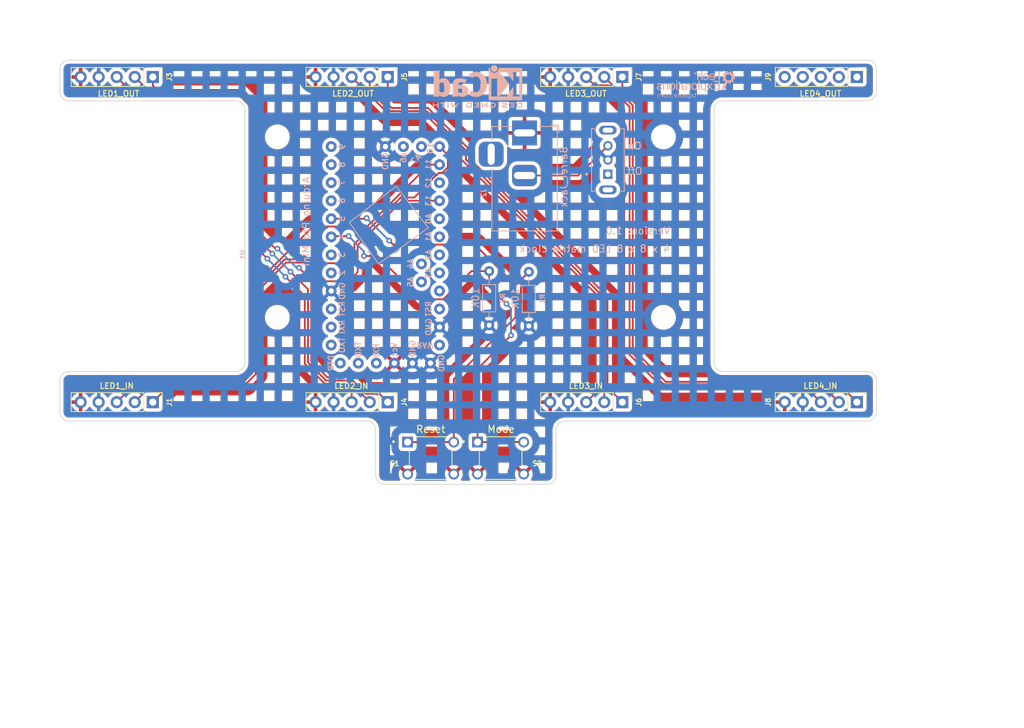
<source format=kicad_pcb>
(kicad_pcb (version 20210606) (generator pcbnew)
  (layers (0 "F.Cu" mixed) (31 "B.Cu" mixed) (34 "B.Paste" user) (35 "F.Paste" user) (36 "B.SilkS" user "B.Silkscreen") (37 "F.SilkS" user "F.Silkscreen") (38 "B.Mask" user) (39 "F.Mask" user) (44 "Edge.Cuts" user))
  (property "design_version" "1.0")
  (net 0 "")
  (net 1 "/CS0")
  (net 2 "/DIN0")
  (net 3 "/CLK0")
  (net 4 "GND")
  (net 5 "/Vcc")
  (net 6 "Net-(J2-Pad2)")
  (net 7 "/CS1")
  (net 8 "/DIN1")
  (net 9 "/CLK1")
  (net 10 "/CS2")
  (net 11 "/DIN2")
  (net 12 "/CLK2")
  (net 13 "/CS3")
  (net 14 "/DIN3")
  (net 15 "/CLK3")
  (net 21 "/TIMER_RESET")
  (net 22 "/MODE_SELECT")
  (footprint "1825967-1:SW_1825967-1" (layer "F.Cu") (at 137.608 106.172)
    (fp_text reference "S2" (at 5.14 0.762) (layer "F.SilkS") (effects (font (size 0.7 0.7))))
    (fp_text value "1825967-1" hide)
    (pad "1" thru_hole rect locked (at -3.25 -2.25) (size 1.508 1.508) (drill 1) (layers *.Cu *.Mask) (net 22 "/MODE_SELECT"))
    (pad "2" thru_hole circle locked (at 3.25 -2.25) (size 1.508 1.508) (drill 1) (layers *.Cu *.Mask) (net 22 "/MODE_SELECT"))
    (pad "3" thru_hole circle locked (at -3.25 2.25) (size 1.508 1.508) (drill 1) (layers *.Cu *.Mask) (net 5 "/Vcc"))
    (pad "4" thru_hole circle locked (at 3.25 2.25) (size 1.508 1.508) (drill 1) (layers *.Cu *.Mask) (net 5 "/Vcc"))
  )
  (footprint "MountingHole:MountingHole_2.5mm" (layer "F.Cu") (at 160.528 60.96)
    (fp_text reference "H3" hide)
    (fp_text value "MountingHole" hide)
    (pad "1" np_thru_hole circle locked (at 0 0) (size 2.5 2.5) (drill 2.5) (layers *.Cu *.Mask))
  )
  (footprint "Connector_PinHeader_2.54mm:PinHeader_1x05_P2.54mm_Vertical" (layer "F.Cu") (at 88.646 98.298 -90)
    (fp_text reference "J1" (at 0 -2.33 90) (layer "F.SilkS") (effects (font (size 0.7 0.7))))
    (fp_text value "LED1_IN" (at -2.286 5.08) (layer "F.SilkS") (effects (font (size 0.8 0.8))))
    (pad "1" thru_hole rect locked (at 0 0 270) (size 1.7 1.7) (drill 1) (layers *.Cu *.Mask) (net 1 "/CS0"))
    (pad "2" thru_hole oval locked (at 0 2.54 270) (size 1.7 1.7) (drill 1) (layers *.Cu *.Mask) (net 2 "/DIN0"))
    (pad "3" thru_hole oval locked (at 0 5.08 270) (size 1.7 1.7) (drill 1) (layers *.Cu *.Mask) (net 3 "/CLK0"))
    (pad "4" thru_hole oval locked (at 0 7.62 270) (size 1.7 1.7) (drill 1) (layers *.Cu *.Mask) (net 4 "GND"))
    (pad "5" thru_hole oval locked (at 0 10.16 270) (size 1.7 1.7) (drill 1) (layers *.Cu *.Mask) (net 5 "/Vcc"))
  )
  (footprint "Connector_PinHeader_2.54mm:PinHeader_1x05_P2.54mm_Vertical" (layer "F.Cu") (at 121.7168 98.298 -90)
    (fp_text reference "J4" (at 0 -2.33 90) (layer "F.SilkS") (effects (font (size 0.7 0.7))))
    (fp_text value "LED2_IN" (at -2.286 5.1308) (layer "F.SilkS") (effects (font (size 0.8 0.8))))
    (pad "1" thru_hole rect locked (at 0 0 270) (size 1.7 1.7) (drill 1) (layers *.Cu *.Mask) (net 7 "/CS1"))
    (pad "2" thru_hole oval locked (at 0 2.54 270) (size 1.7 1.7) (drill 1) (layers *.Cu *.Mask) (net 8 "/DIN1"))
    (pad "3" thru_hole oval locked (at 0 5.08 270) (size 1.7 1.7) (drill 1) (layers *.Cu *.Mask) (net 9 "/CLK1"))
    (pad "4" thru_hole oval locked (at 0 7.62 270) (size 1.7 1.7) (drill 1) (layers *.Cu *.Mask) (net 4 "GND"))
    (pad "5" thru_hole oval locked (at 0 10.16 270) (size 1.7 1.7) (drill 1) (layers *.Cu *.Mask) (net 5 "/Vcc"))
  )
  (footprint "Connector_PinHeader_2.54mm:PinHeader_1x05_P2.54mm_Vertical" (layer "F.Cu") (at 187.7568 98.298 -90)
    (fp_text reference "J8" (at 0 12.4968 90) (layer "F.SilkS") (effects (font (size 0.7 0.7))))
    (fp_text value "LED4_IN" (at -2.286 5.1308) (layer "F.SilkS") (effects (font (size 0.8 0.8))))
    (pad "1" thru_hole rect locked (at 0 0 270) (size 1.7 1.7) (drill 1) (layers *.Cu *.Mask) (net 13 "/CS3"))
    (pad "2" thru_hole oval locked (at 0 2.54 270) (size 1.7 1.7) (drill 1) (layers *.Cu *.Mask) (net 14 "/DIN3"))
    (pad "3" thru_hole oval locked (at 0 5.08 270) (size 1.7 1.7) (drill 1) (layers *.Cu *.Mask) (net 15 "/CLK3"))
    (pad "4" thru_hole oval locked (at 0 7.62 270) (size 1.7 1.7) (drill 1) (layers *.Cu *.Mask) (net 4 "GND"))
    (pad "5" thru_hole oval locked (at 0 10.16 270) (size 1.7 1.7) (drill 1) (layers *.Cu *.Mask) (net 5 "/Vcc"))
  )
  (footprint "MountingHole:MountingHole_2.5mm" (layer "F.Cu") (at 106.172 86.36)
    (fp_text reference "H4" hide)
    (fp_text value "MountingHole" hide)
    (pad "1" np_thru_hole circle locked (at 0 0) (size 2.5 2.5) (drill 2.5) (layers *.Cu *.Mask))
  )
  (footprint "Connector_PinHeader_2.54mm:PinHeader_1x05_P2.54mm_Vertical" (layer "F.Cu") (at 154.7368 98.298 -90)
    (fp_text reference "J6" (at 0 -2.33 90) (layer "F.SilkS") (effects (font (size 0.7 0.7))))
    (fp_text value "LED3_IN" (at -2.286 5.1308) (layer "F.SilkS") (effects (font (size 0.8 0.8))))
    (pad "1" thru_hole rect locked (at 0 0 270) (size 1.7 1.7) (drill 1) (layers *.Cu *.Mask) (net 10 "/CS2"))
    (pad "2" thru_hole oval locked (at 0 2.54 270) (size 1.7 1.7) (drill 1) (layers *.Cu *.Mask) (net 11 "/DIN2"))
    (pad "3" thru_hole oval locked (at 0 5.08 270) (size 1.7 1.7) (drill 1) (layers *.Cu *.Mask) (net 12 "/CLK2"))
    (pad "4" thru_hole oval locked (at 0 7.62 270) (size 1.7 1.7) (drill 1) (layers *.Cu *.Mask) (net 4 "GND"))
    (pad "5" thru_hole oval locked (at 0 10.16 270) (size 1.7 1.7) (drill 1) (layers *.Cu *.Mask) (net 5 "/Vcc"))
  )
  (footprint "MountingHole:MountingHole_2.5mm" (layer "F.Cu") (at 106.172 60.96)
    (fp_text reference "H1" hide)
    (fp_text value "MountingHole" hide)
    (pad "1" np_thru_hole circle locked (at 0 0) (size 2.5 2.5) (drill 2.5) (layers *.Cu *.Mask))
  )
  (footprint "Connector_PinHeader_2.54mm:PinHeader_1x05_P2.54mm_Vertical" (layer "F.Cu") (at 88.646 52.5272 -90)
    (fp_text reference "J3" (at 0 -2.33 90) (layer "F.SilkS") (effects (font (size 0.7 0.7))))
    (fp_text value "LED1_OUT" (at 2.3368 4.826 180) (layer "F.SilkS") (effects (font (size 0.8 0.8))))
    (pad "1" thru_hole rect locked (at 0 0 270) (size 1.7 1.7) (drill 1) (layers *.Cu *.Mask) (net 7 "/CS1"))
    (pad "2" thru_hole oval locked (at 0 2.54 270) (size 1.7 1.7) (drill 1) (layers *.Cu *.Mask) (net 8 "/DIN1"))
    (pad "3" thru_hole oval locked (at 0 5.08 270) (size 1.7 1.7) (drill 1) (layers *.Cu *.Mask) (net 9 "/CLK1"))
    (pad "4" thru_hole oval locked (at 0 7.62 270) (size 1.7 1.7) (drill 1) (layers *.Cu *.Mask) (net 4 "GND"))
    (pad "5" thru_hole oval locked (at 0 10.16 270) (size 1.7 1.7) (drill 1) (layers *.Cu *.Mask) (net 5 "/Vcc"))
  )
  (footprint "1825967-1:SW_1825967-1" (layer "F.Cu") (at 127.762 106.172)
    (fp_text reference "S1" (at -5.08 0.762) (layer "F.SilkS") (effects (font (size 0.7 0.7))))
    (fp_text value "1825967-1" hide)
    (pad "1" thru_hole rect locked (at -3.25 -2.25) (size 1.508 1.508) (drill 1) (layers *.Cu *.Mask) (net 21 "/TIMER_RESET"))
    (pad "2" thru_hole circle locked (at 3.25 -2.25) (size 1.508 1.508) (drill 1) (layers *.Cu *.Mask) (net 21 "/TIMER_RESET"))
    (pad "3" thru_hole circle locked (at -3.25 2.25) (size 1.508 1.508) (drill 1) (layers *.Cu *.Mask) (net 5 "/Vcc"))
    (pad "4" thru_hole circle locked (at 3.25 2.25) (size 1.508 1.508) (drill 1) (layers *.Cu *.Mask) (net 5 "/Vcc"))
  )
  (footprint "Connector_PinHeader_2.54mm:PinHeader_1x05_P2.54mm_Vertical" (layer "F.Cu") (at 187.7568 52.5272 -90)
    (fp_text reference "J9" (at 0 12.4968 90) (layer "F.SilkS") (effects (font (size 0.7 0.7))))
    (fp_text value "LED4_OUT" (at 2.3368 5.1308) (layer "F.SilkS") (effects (font (size 0.8 0.8))))
    (pad "1" thru_hole rect locked (at 0 0 270) (size 1.7 1.7) (drill 1) (layers *.Cu *.Mask))
    (pad "2" thru_hole oval locked (at 0 2.54 270) (size 1.7 1.7) (drill 1) (layers *.Cu *.Mask))
    (pad "3" thru_hole oval locked (at 0 5.08 270) (size 1.7 1.7) (drill 1) (layers *.Cu *.Mask))
    (pad "4" thru_hole oval locked (at 0 7.62 270) (size 1.7 1.7) (drill 1) (layers *.Cu *.Mask))
    (pad "5" thru_hole oval locked (at 0 10.16 270) (size 1.7 1.7) (drill 1) (layers *.Cu *.Mask))
  )
  (footprint "MountingHole:MountingHole_2.5mm" (layer "F.Cu") (at 160.528 86.36)
    (fp_text reference "H2" hide)
    (fp_text value "MountingHole" hide)
    (pad "1" np_thru_hole circle locked (at 0 0) (size 2.5 2.5) (drill 2.5) (layers *.Cu *.Mask))
  )
  (footprint "Connector_PinHeader_2.54mm:PinHeader_1x05_P2.54mm_Vertical" (layer "F.Cu") (at 121.7168 52.5272 -90)
    (fp_text reference "J5" (at 0 -2.33 90) (layer "F.SilkS") (effects (font (size 0.7 0.7))))
    (fp_text value "LED2_OUT" (at 2.3368 4.8768) (layer "F.SilkS") (effects (font (size 0.8 0.8))))
    (pad "1" thru_hole rect locked (at 0 0 270) (size 1.7 1.7) (drill 1) (layers *.Cu *.Mask) (net 10 "/CS2"))
    (pad "2" thru_hole oval locked (at 0 2.54 270) (size 1.7 1.7) (drill 1) (layers *.Cu *.Mask) (net 11 "/DIN2"))
    (pad "3" thru_hole oval locked (at 0 5.08 270) (size 1.7 1.7) (drill 1) (layers *.Cu *.Mask) (net 12 "/CLK2"))
    (pad "4" thru_hole oval locked (at 0 7.62 270) (size 1.7 1.7) (drill 1) (layers *.Cu *.Mask) (net 4 "GND"))
    (pad "5" thru_hole oval locked (at 0 10.16 270) (size 1.7 1.7) (drill 1) (layers *.Cu *.Mask) (net 5 "/Vcc"))
  )
  (footprint "Connector_PinHeader_2.54mm:PinHeader_1x05_P2.54mm_Vertical" (layer "F.Cu") (at 154.7368 52.5272 -90)
    (fp_text reference "J7" (at 0 -2.33 90) (layer "F.SilkS") (effects (font (size 0.7 0.7))))
    (fp_text value "LED3_OUT" (at 2.3368 5.1308) (layer "F.SilkS") (effects (font (size 0.8 0.8))))
    (pad "1" thru_hole rect locked (at 0 0 270) (size 1.7 1.7) (drill 1) (layers *.Cu *.Mask) (net 13 "/CS3"))
    (pad "2" thru_hole oval locked (at 0 2.54 270) (size 1.7 1.7) (drill 1) (layers *.Cu *.Mask) (net 14 "/DIN3"))
    (pad "3" thru_hole oval locked (at 0 5.08 270) (size 1.7 1.7) (drill 1) (layers *.Cu *.Mask) (net 15 "/CLK3"))
    (pad "4" thru_hole oval locked (at 0 7.62 270) (size 1.7 1.7) (drill 1) (layers *.Cu *.Mask) (net 4 "GND"))
    (pad "5" thru_hole oval locked (at 0 10.16 270) (size 1.7 1.7) (drill 1) (layers *.Cu *.Mask) (net 5 "/Vcc"))
  )
  (footprint "Symbol:KiCad-Logo2_5mm_SilkScreen" (layer "B.Cu") (at 134.366 53.848 180)
    (fp_text reference "REF**" hide)
    (fp_text value "KiCad-Logo2_5mm_SilkScreen" hide)
  )
  (footprint "SS12D07VG4:SW_SS12D07VG4" (layer "B.Cu") (at 152.7048 64.2112 90)
    (fp_text reference "S3" (at -5.8928 -0.0508 90) (layer "B.SilkS") (effects (font (size 0.7 0.7) (thickness 0.015)) (justify mirror)))
    (fp_text value "SS12D07VG4")
    (pad "1" thru_hole rect locked (at -2 0 90) (size 1.308 1.308) (drill 0.8) (layers *.Cu *.Mask))
    (pad "2" thru_hole circle locked (at 0 0 90) (size 1.308 1.308) (drill 0.8) (layers *.Cu *.Mask) (net 4 "GND"))
    (pad "3" thru_hole circle locked (at 2 0 90) (size 1.308 1.308) (drill 0.8) (layers *.Cu *.Mask) (net 6 "Net-(J2-Pad2)"))
    (pad "S1" thru_hole oval locked (at -4.2 0 90) (size 1.23 2.46) (drill oval 0.7 1.5) (layers *.Cu *.Mask))
    (pad "S2" thru_hole oval locked (at 4.2 0 90) (size 1.23 2.46) (drill oval 0.7 1.5) (layers *.Cu *.Mask))
  )
  (footprint "Connector_BarrelJack:BarrelJack_Horizontal" (layer "B.Cu") (at 140.9777 60.3956 90)
    (fp_text reference "J2" (at -8.45 -5.75 90) (layer "B.SilkS") (effects (font (size 0.7 0.7)) (justify mirror)))
    (fp_text value "Barrel_Jack" (at -6.2 5.5 90) (layer "B.SilkS") (effects (justify mirror)))
    (pad "1" thru_hole rect (at 0 0 90) (size 3.5 3.5) (drill oval 1 3) (layers *.Cu *.Mask) (net 5 "/Vcc"))
    (pad "2" thru_hole roundrect (at -6 0 90) (size 3 3.5) (drill oval 1 3) (layers *.Cu *.Mask) (net 6 "Net-(J2-Pad2)"))
    (pad "3" thru_hole roundrect (at -3 -4.7 90) (size 3.5 3.5) (drill oval 3 1) (layers *.Cu *.Mask))
  )
  (footprint "DesktopLibrary:TE_Logo_11.6x4" (layer "B.Cu") (at 165.1 53.594 180)
    (fp_text reference "G***" hide)
    (fp_text value "LOGO" hide)
  )
  (footprint "DesktopLibrary:ArduinoProMiniCustom" (layer "B.Cu") (at 111.22 57.245 -90)
    (fp_text reference "U1" (at 20.32 9.906 90 unlocked) (layer "B.SilkS") (effects (font (size 0.7 0.7)) (justify mirror)))
    (fp_text value "ArduinoProMiniSimple" hide)
    (fp_text user "8" (at 7.62 -4.064 90 unlocked) (layer "B.SilkS") (effects (font (size 0.8 0.8)) (justify mirror)))
    (fp_text user "2" (at 22.86 -4.064 90 unlocked) (layer "B.SilkS") (effects (font (size 0.8 0.8)) (justify mirror)))
    (fp_text user "10" (at 5.334 -16.51 90 unlocked) (layer "B.SilkS") (effects (font (size 0.8 0.8)) (justify mirror)))
    (fp_text user "A2" (at 20.32 -16.256 90 unlocked) (layer "B.SilkS") (effects (font (size 0.8 0.8)) (justify mirror)))
    (fp_text user "A0" (at 15.24 -16.256 90 unlocked) (layer "B.SilkS") (effects (font (size 0.8 0.8)) (justify mirror)))
    (fp_text user "Vcc" (at 33.718476 -11.43 90 unlocked) (layer "B.SilkS") (effects (font (size 0.8 0.8)) (justify mirror)))
    (fp_text user "12" (at 10.16 -16.256 90 unlocked) (layer "B.SilkS") (effects (font (size 0.8 0.8)) (justify mirror)))
    (fp_text user "A7" (at 6.858 -14.478 45 unlocked) (layer "B.SilkS") (effects (font (size 0.8 0.8)) (justify mirror)))
    (fp_text user "A6" (at 6.636589 -12.7 90 unlocked) (layer "B.SilkS") (effects (font (size 0.8 0.8)) (justify mirror)))
    (fp_text user "Arduino Pro Mini" (at 15.653 0.984 90 unlocked) (layer "B.SilkS") (effects (justify mirror)))
    (fp_text user "RST" (at 27.94 -16.256 90 unlocked) (layer "B.SilkS") (effects (font (size 0.8 0.8)) (justify mirror)))
    (fp_text user "5" (at 15.24 -4.064 90 unlocked) (layer "B.SilkS") (effects (font (size 0.8 0.8)) (justify mirror)))
    (fp_text user "TXO" (at 33.642286 -6.35 90 unlocked) (layer "B.SilkS") (effects (font (size 0.8 0.8)) (justify mirror)))
    (fp_text user "GND" (at 25.4 -4.064 90 unlocked) (layer "B.SilkS") (effects (font (size 0.8 0.8)) (justify mirror)))
    (fp_text user "GND" (at 35.56 -18.034 90 unlocked) (layer "B.SilkS") (effects (font (size 0.8 0.8)) (justify mirror)))
    (fp_text user "DTR" (at 35.56 -2.54 90 unlocked) (layer "B.SilkS") (effects (font (size 0.8 0.8)) (justify mirror)))
    (fp_text user "A1" (at 17.78 -16.256 90 unlocked) (layer "B.SilkS") (effects (font (size 0.8 0.8)) (justify mirror)))
    (fp_text user "4" (at 17.78 -4.064 90 unlocked) (layer "B.SilkS") (effects (font (size 0.8 0.8)) (justify mirror)))
    (fp_text user "RAW" (at 33.02 -15.748 -180 unlocked) (layer "B.SilkS") (effects (font (size 0.8 0.8)) (justify mirror)))
    (fp_text user "13" (at 12.7 -16.256 90 unlocked) (layer "B.SilkS") (effects (font (size 0.8 0.8)) (justify mirror)))
    (fp_text user "7" (at 10.16 -4.064 90 unlocked) (layer "B.SilkS") (effects (font (size 0.8 0.8)) (justify mirror)))
    (fp_text user "TXO" (at 33.02 -4.064 90 unlocked) (layer "B.SilkS") (effects (font (size 0.8 0.8)) (justify mirror)))
    (fp_text user "A3" (at 22.86 -16.256 90 unlocked) (layer "B.SilkS") (effects (font (size 0.8 0.8)) (justify mirror)))
    (fp_text user "GND" (at 7.131827 -10.16 90 unlocked) (layer "B.SilkS") (effects (font (size 0.8 0.8)) (justify mirror)))
    (fp_text user "9" (at 5.08 -4.064 90 unlocked) (layer "B.SilkS") (effects (font (size 0.8 0.8)) (justify mirror)))
    (fp_text user "RXI" (at 33.775619 -8.89 90 unlocked) (layer "B.SilkS") (effects (font (size 0.8 0.8)) (justify mirror)))
    (fp_text user "GND" (at 30.48 -16.256 90 unlocked) (layer "B.SilkS") (effects (font (size 0.8 0.8)) (justify mirror)))
    (fp_text user "11" (at 7.62 -16.256 90 unlocked) (layer "B.SilkS") (effects (font (size 0.8 0.8)) (justify mirror)))
    (fp_text user "3" (at 20.32 -4.064 90 unlocked) (layer "B.SilkS") (effects (font (size 0.8 0.8)) (justify mirror)))
    (fp_text user "RXI" (at 30.48 -4.064 90 unlocked) (layer "B.SilkS") (effects (font (size 0.8 0.8)) (justify mirror)))
    (fp_text user "RST" (at 27.94 -4.064 90 unlocked) (layer "B.SilkS") (effects (font (size 0.8 0.8)) (justify mirror)))
    (fp_text user "A5" (at 24.13 -13.716 90 unlocked) (layer "B.SilkS") (effects (font (size 0.8 0.8)) (justify mirror)))
    (fp_text user "GND" (at 33.528 -13.97 90 unlocked) (layer "B.SilkS") (effects (font (size 0.8 0.8)) (justify mirror)))
    (fp_text user "6" (at 12.7 -4.064 90 unlocked) (layer "B.SilkS") (effects (font (size 0.8 0.8)) (justify mirror)))
    (fp_text user "A4" (at 21.59 -13.716 90 unlocked) (layer "B.SilkS") (effects (font (size 0.8 0.8)) (justify mirror)))
    (pad "0" thru_hole circle (at 33.02 -2.54 270) (size 1.524 1.524) (drill 0.762) (layers *.Cu *.Mask))
    (pad "1" thru_hole circle (at 30.48 -2.54 270) (size 1.524 1.524) (drill 0.762) (layers *.Cu *.Mask))
    (pad "2" thru_hole circle (at 27.94 -2.54 270) (size 1.524 1.524) (drill 0.762) (layers *.Cu *.Mask))
    (pad "3" thru_hole circle (at 25.4 -2.54 270) (size 1.524 1.524) (drill 0.762) (layers *.Cu *.Mask) (net 4 "GND"))
    (pad "4" thru_hole circle (at 22.86 -2.54 270) (size 1.524 1.524) (drill 0.762) (layers *.Cu *.Mask))
    (pad "5" thru_hole circle (at 20.32 -2.54 270) (size 1.524 1.524) (drill 0.762) (layers *.Cu *.Mask))
    (pad "6" thru_hole circle (at 17.78 -2.54 270) (size 1.524 1.524) (drill 0.762) (layers *.Cu *.Mask) (net 22 "/MODE_SELECT"))
    (pad "7" thru_hole circle (at 15.24 -2.54 270) (size 1.524 1.524) (drill 0.762) (layers *.Cu *.Mask) (net 21 "/TIMER_RESET"))
    (pad "8" thru_hole circle (at 12.7 -2.54 270) (size 1.524 1.524) (drill 0.762) (layers *.Cu *.Mask))
    (pad "9" thru_hole circle (at 10.16 -2.54 270) (size 1.524 1.524) (drill 0.762) (layers *.Cu *.Mask))
    (pad "10" thru_hole circle (at 7.62 -2.54 270) (size 1.524 1.524) (drill 0.762) (layers *.Cu *.Mask))
    (pad "11" thru_hole circle (at 5.08 -2.54 270) (size 1.524 1.524) (drill 0.762) (layers *.Cu *.Mask))
    (pad "12" thru_hole circle (at 5.08 -10.16 270) (size 1.524 1.524) (drill 0.762) (layers *.Cu *.Mask) (net 4 "GND"))
    (pad "13" thru_hole circle (at 5.08 -12.7 270) (size 1.524 1.524) (drill 0.762) (layers *.Cu *.Mask))
    (pad "14" thru_hole circle (at 5.08 -15.24 270) (size 1.524 1.524) (drill 0.762) (layers *.Cu *.Mask))
    (pad "15" thru_hole circle (at 5.08 -17.78 270) (size 1.524 1.524) (drill 0.762) (layers *.Cu *.Mask) (net 2 "/DIN0"))
    (pad "16" thru_hole circle (at 7.62 -17.78 270) (size 1.524 1.524) (drill 0.762) (layers *.Cu *.Mask) (net 3 "/CLK0"))
    (pad "17" thru_hole circle (at 10.16 -17.78 270) (size 1.524 1.524) (drill 0.762) (layers *.Cu *.Mask))
    (pad "18" thru_hole circle (at 12.7 -17.78 270) (size 1.524 1.524) (drill 0.762) (layers *.Cu *.Mask) (net 1 "/CS0"))
    (pad "19" thru_hole circle (at 15.24 -17.78 270) (size 1.524 1.524) (drill 0.762) (layers *.Cu *.Mask))
    (pad "20" thru_hole circle (at 17.78 -17.78 270) (size 1.524 1.524) (drill 0.762) (layers *.Cu *.Mask))
    (pad "21" thru_hole circle (at 20.32 -17.78 270) (size 1.524 1.524) (drill 0.762) (layers *.Cu *.Mask))
    (pad "22" thru_hole circle (at 22.86 -17.78 270) (size 1.524 1.524) (drill 0.762) (layers *.Cu *.Mask))
    (pad "23" thru_hole circle (at 25.4 -17.78 270) (size 1.524 1.524) (drill 0.762) (layers *.Cu *.Mask))
    (pad "24" thru_hole circle (at 27.94 -17.78 270) (size 1.524 1.524) (drill 0.762) (layers *.Cu *.Mask))
    (pad "25" thru_hole circle (at 30.48 -17.78 270) (size 1.524 1.524) (drill 0.762) (layers *.Cu *.Mask) (net 4 "GND"))
    (pad "26" thru_hole circle (at 33.02 -17.78 270) (size 1.524 1.524) (drill 0.762) (layers *.Cu *.Mask))
    (pad "27" thru_hole circle (at 35.56 -16.51 270) (size 1.524 1.524) (drill 0.762) (layers *.Cu *.Mask) (net 4 "GND"))
    (pad "28" thru_hole circle (at 35.56 -13.97 270) (size 1.524 1.524) (drill 0.762) (layers *.Cu *.Mask) (net 4 "GND"))
    (pad "29" thru_hole circle (at 35.56 -11.43 270) (size 1.524 1.524) (drill 0.762) (layers *.Cu *.Mask) (net 5 "/Vcc"))
    (pad "30" thru_hole circle (at 35.56 -8.89 270) (size 1.524 1.524) (drill 0.762) (layers *.Cu *.Mask))
    (pad "31" thru_hole circle (at 35.56 -6.35 270) (size 1.524 1.524) (drill 0.762) (layers *.Cu *.Mask))
    (pad "32" thru_hole circle (at 35.56 -3.81 270) (size 1.524 1.524) (drill 0.762) (layers *.Cu *.Mask))
    (pad "33" thru_hole circle (at 21.59 -15.24 270) (size 1.524 1.524) (drill 0.762) (layers *.Cu *.Mask))
    (pad "34" thru_hole circle (at 24.13 -15.24 270) (size 1.524 1.524) (drill 0.762) (layers *.Cu *.Mask))
  )
  (footprint "Resistor_THT:R_Axial_DIN0204_L3.6mm_D1.6mm_P7.62mm_Horizontal" (layer "B.Cu") (at 135.9916 87.4776 90)
    (fp_text reference "R2" (at 3.81 1.92 90) (layer "B.SilkS") (effects (font (size 0.7 0.7)) (justify mirror)))
    (fp_text value "10K" (at 3.81 -1.92 90) (layer "B.SilkS") (effects (justify mirror)))
    (pad "1" thru_hole circle locked (at 0 0 90) (size 1.4 1.4) (drill 0.7) (layers *.Cu *.Mask) (net 4 "GND"))
    (pad "2" thru_hole oval locked (at 7.62 0 90) (size 1.4 1.4) (drill 0.7) (layers *.Cu *.Mask) (net 22 "/MODE_SELECT"))
  )
  (footprint "Resistor_THT:R_Axial_DIN0204_L3.6mm_D1.6mm_P7.62mm_Horizontal" (layer "B.Cu") (at 141.5796 87.5792 90)
    (fp_text reference "R1" (at 3.81 1.92 90) (layer "B.SilkS") (effects (font (size 0.7 0.7)) (justify mirror)))
    (fp_text value "10K" (at 3.81 -1.92 90) (layer "B.SilkS") (effects (justify mirror)))
    (pad "1" thru_hole circle locked (at 0 0 90) (size 1.4 1.4) (drill 0.7) (layers *.Cu *.Mask) (net 4 "GND"))
    (pad "2" thru_hole oval locked (at 7.62 0 90) (size 1.4 1.4) (drill 0.7) (layers *.Cu *.Mask) (net 21 "/TIMER_RESET"))
  )
  (gr_arc (start 189.23 99.695) (end 190.5 99.695) (angle 90) (layer "Edge.Cuts") (width 0.1))
  (gr_line (start 145.415 108.585) (end 145.415 102.235) (layer "Edge.Cuts") (width 0.1))
  (gr_arc (start 168.91 92.71) (end 167.64 92.71) (angle -90) (layer "Edge.Cuts") (width 0.1))
  (gr_line (start 168.91 55.88) (end 189.23 55.88) (layer "Edge.Cuts") (width 0.1))
  (gr_arc (start 100.33 92.71) (end 101.6 92.71) (angle 90) (layer "Edge.Cuts") (width 0.1))
  (gr_line (start 189.23 93.98) (end 168.91 93.98) (layer "Edge.Cuts") (width 0.1))
  (gr_arc (start 144.145 108.585) (end 145.415 108.585) (angle 90) (layer "Edge.Cuts") (width 0.1))
  (gr_arc (start 121.285 108.585) (end 120.015 108.585) (angle -90) (layer "Edge.Cuts") (width 0.1))
  (gr_line (start 100.33 93.98) (end 76.835 93.98) (layer "Edge.Cuts") (width 0.1))
  (gr_line (start 121.285 109.855) (end 140.97 109.855) (layer "Edge.Cuts") (width 0.1))
  (gr_arc (start 189.23 51.435) (end 190.5 51.435) (angle -90) (layer "Edge.Cuts") (width 0.1))
  (gr_arc (start 118.745 102.235) (end 118.745 100.965) (angle 90) (layer "Edge.Cuts") (width 0.1))
  (gr_arc (start 189.23 95.25) (end 189.23 93.98) (angle 90) (layer "Edge.Cuts") (width 0.1))
  (gr_arc (start 76.835 99.695) (end 75.565 99.695) (angle -90) (layer "Edge.Cuts") (width 0.1))
  (gr_line (start 140.97 109.855) (end 144.145 109.855) (layer "Edge.Cuts") (width 0.1))
  (gr_line (start 190.5 99.695) (end 190.5 95.25) (layer "Edge.Cuts") (width 0.1))
  (gr_arc (start 189.23 54.61) (end 190.5 54.61) (angle 90) (layer "Edge.Cuts") (width 0.1))
  (gr_line (start 190.5 54.61) (end 190.5 51.435) (layer "Edge.Cuts") (width 0.1))
  (gr_line (start 75.565 95.25) (end 75.565 99.695) (layer "Edge.Cuts") (width 0.1))
  (gr_line (start 76.835 100.965) (end 118.745 100.965) (layer "Edge.Cuts") (width 0.1))
  (gr_arc (start 100.33 57.15) (end 100.33 55.88) (angle 90) (layer "Edge.Cuts") (width 0.1))
  (gr_line (start 146.685 100.965) (end 189.23 100.965) (layer "Edge.Cuts") (width 0.1))
  (gr_arc (start 76.835 51.435) (end 76.835 50.165) (angle -90) (layer "Edge.Cuts") (width 0.1))
  (gr_line (start 167.64 92.71) (end 167.64 57.15) (layer "Edge.Cuts") (width 0.1))
  (gr_line (start 76.835 55.88) (end 100.33 55.88) (layer "Edge.Cuts") (width 0.1))
  (gr_arc (start 168.91 57.15) (end 168.91 55.88) (angle -90) (layer "Edge.Cuts") (width 0.1))
  (gr_arc (start 76.835 54.61) (end 75.565 54.61) (angle -90) (layer "Edge.Cuts") (width 0.1))
  (gr_line (start 75.565 51.435) (end 75.565 54.61) (layer "Edge.Cuts") (width 0.1))
  (gr_line (start 101.6 57.15) (end 101.6 92.71) (layer "Edge.Cuts") (width 0.1))
  (gr_line (start 120.015 102.235) (end 120.015 108.585) (layer "Edge.Cuts") (width 0.1))
  (gr_arc (start 146.685 102.235) (end 146.685 100.965) (angle -90) (layer "Edge.Cuts") (width 0.1))
  (gr_line (start 189.23 50.165) (end 76.835 50.165) (layer "Edge.Cuts") (width 0.1))
  (gr_arc (start 76.835 95.25) (end 76.835 93.98) (angle -90) (layer "Edge.Cuts") (width 0.1))
  (gr_text "Version: ${design_version}" (at 161.544 74.168) (layer "B.SilkS") (effects (font (size 1 1)) (justify left mirror)))
  (gr_text "Off" (at 156.464 65.786) (layer "B.SilkS") (effects (font (size 1 1)) (justify mirror)))
  (gr_text "4 x 8 x 8 LED matrix clock" (at 161.544 76.708) (layer "B.SilkS") (effects (font (size 1 1)) (justify left mirror)))
  (gr_text "On" (at 156.464 62.23) (layer "B.SilkS") (effects (font (size 1 1)) (justify mirror)))
  (gr_text "Reset" (at 127.762 102.108) (layer "F.SilkS") (effects (font (size 1 1))))
  (gr_text "Mode" (at 137.668 102.108) (layer "F.SilkS") (effects (font (size 1 1))))
  (segment (start 117.475718 76.200718) (end 123.731436 69.945) (width 0.25) (layer "F.Cu") (net 1))
  (segment (start 91.24448 95.69952) (end 101.786915 95.69952) (width 0.25) (layer "F.Cu") (net 1))
  (segment (start 103.13404 82.922396) (end 107.404925 78.651511) (width 0.25) (layer "F.Cu") (net 1))
  (segment (start 107.404925 78.651511) (end 110.401511 78.651511) (width 0.25) (layer "F.Cu") (net 1))
  (segment (start 110.401511 78.651511) (end 113.03 81.28) (width 0.25) (layer "F.Cu") (net 1))
  (segment (start 113.03 81.28) (end 116.205 81.28) (width 0.25) (layer "F.Cu") (net 1))
  (segment (start 103.13404 94.352394) (end 103.13404 82.922396) (width 0.25) (layer "F.Cu") (net 1))
  (segment (start 101.786915 95.69952) (end 103.13404 94.352394) (width 0.25) (layer "F.Cu") (net 1))
  (segment (start 88.646 98.298) (end 91.24448 95.69952) (width 0.25) (layer "F.Cu") (net 1))
  (segment (start 117.475718 80.009282) (end 117.475718 76.200718) (width 0.25) (layer "F.Cu") (net 1))
  (segment (start 116.205 81.28) (end 117.475718 80.009282) (width 0.25) (layer "F.Cu") (net 1))
  (segment (start 123.731436 69.945) (end 129 69.945) (width 0.25) (layer "F.Cu") (net 1))
  (segment (start 86.106 98.298) (end 89.154 95.25) (width 0.25) (layer "F.Cu") (net 2))
  (segment (start 101.600717 95.25) (end 102.68452 94.166197) (width 0.25) (layer "F.Cu") (net 2))
  (segment (start 102.68452 94.166197) (end 102.68452 82.736198) (width 0.25) (layer "F.Cu") (net 2))
  (segment (start 89.154 95.25) (end 101.600717 95.25) (width 0.25) (layer "F.Cu") (net 2))
  (segment (start 128.626511 66.318489) (end 128.905 66.04) (width 0.25) (layer "F.Cu") (net 2))
  (segment (start 128.905 66.04) (end 129.36156 66.04) (width 0.25) (layer "F.Cu") (net 2))
  (segment (start 107.218727 78.201991) (end 110.587709 78.201991) (width 0.25) (layer "F.Cu") (net 2))
  (segment (start 110.587709 78.201991) (end 111.125718 78.74) (width 0.25) (layer "F.Cu") (net 2))
  (segment (start 127.913489 67.031511) (end 127.913489 66.954951) (width 0.25) (layer "F.Cu") (net 2))
  (segment (start 128.549951 66.318489) (end 128.626511 66.318489) (width 0.25) (layer "F.Cu") (net 2))
  (segment (start 129.36156 66.04) (end 130.175 65.22656) (width 0.25) (layer "F.Cu") (net 2))
  (segment (start 116.205 78.74) (end 117.026198 77.918802) (width 0.25) (layer "F.Cu") (net 2))
  (segment (start 102.68452 82.736198) (end 107.218727 78.201991) (width 0.25) (layer "F.Cu") (net 2))
  (segment (start 127.913489 66.954951) (end 128.549951 66.318489) (width 0.25) (layer "F.Cu") (net 2))
  (segment (start 117.026198 76.014521) (end 123.545239 69.49548) (width 0.25) (layer "F.Cu") (net 2))
  (segment (start 125.44952 69.49548) (end 127.913489 67.031511) (width 0.25) (layer "F.Cu") (net 2))
  (segment (start 111.125718 78.74) (end 116.205 78.74) (width 0.25) (layer "F.Cu") (net 2))
  (segment (start 117.026198 77.918802) (end 117.026198 76.014521) (width 0.25) (layer "F.Cu") (net 2))
  (segment (start 130.175 63.5) (end 129 62.325) (width 0.25) (layer "F.Cu") (net 2))
  (segment (start 123.545239 69.49548) (end 125.44952 69.49548) (width 0.25) (layer "F.Cu") (net 2))
  (segment (start 130.175 65.22656) (end 130.175 63.5) (width 0.25) (layer "F.Cu") (net 2))
  (segment (start 102.235 93.98) (end 102.235 82.55) (width 0.25) (layer "F.Cu") (net 3))
  (segment (start 87.06352 94.80048) (end 101.41452 94.80048) (width 0.25) (layer "F.Cu") (net 3))
  (segment (start 83.566 98.298) (end 87.06352 94.80048) (width 0.25) (layer "F.Cu") (net 3))
  (segment (start 111.213489 73.571511) (end 118.833489 73.571511) (width 0.25) (layer "F.Cu") (net 3))
  (segment (start 101.41452 94.80048) (end 102.235 93.98) (width 0.25) (layer "F.Cu") (net 3))
  (segment (start 118.833489 73.571511) (end 127.54 64.865) (width 0.25) (layer "F.Cu") (net 3))
  (segment (start 102.235 82.55) (end 111.213489 73.571511) (width 0.25) (layer "F.Cu") (net 3))
  (segment (start 127.54 64.865) (end 129 64.865) (width 0.25) (layer "F.Cu") (net 3))
  (segment (start 152.7048 62.2112) (end 148.5204 66.3956) (width 0.25) (layer "F.Cu") (net 6))
  (segment (start 148.5204 66.3956) (end 140.9777 66.3956) (width 0.25) (layer "F.Cu") (net 6))
  (segment (start 101.337395 54.34596) (end 103.13404 56.142605) (width 0.25) (layer "F.Cu") (net 7))
  (segment (start 118.638007 97.123489) (end 120.542289 97.123489) (width 0.25) (layer "F.Cu") (net 7))
  (segment (start 113.216557 94.800121) (end 116.314639 94.800121) (width 0.25) (layer "F.Cu") (net 7))
  (segment (start 88.646 52.5272) (end 88.646 53.721) (width 0.25) (layer "F.Cu") (net 7))
  (segment (start 120.542289 97.123489) (end 121.7168 98.298) (width 0.25) (layer "F.Cu") (net 7))
  (segment (start 109.22 79.376011) (end 110.93952 81.095531) (width 0.25) (layer "F.Cu") (net 7))
  (segment (start 103.13404 57.15) (end 103.13404 68.58) (width 0.25) (layer "F.Cu") (net 7))
  (segment (start 103.13404 68.58) (end 103.13404 73.92404) (width 0.25) (layer "F.Cu") (net 7))
  (segment (start 103.13404 73.92404) (end 103.505 74.295) (width 0.25) (layer "F.Cu") (net 7))
  (segment (start 116.314639 94.800121) (end 118.638007 97.123489) (width 0.25) (layer "F.Cu") (net 7))
  (segment (start 89.535 54.34596) (end 101.337395 54.34596) (width 0.25) (layer "F.Cu") (net 7))
  (segment (start 105.90149 76.69149) (end 106.18851 76.69149) (width 0.25) (layer "F.Cu") (net 7))
  (segment (start 103.505 74.295) (end 105.90149 76.69149) (width 0.25) (layer "F.Cu") (net 7))
  (segment (start 110.93952 81.095531) (end 110.93952 92.523084) (width 0.25) (layer "F.Cu") (net 7))
  (segment (start 89.27096 54.34596) (end 89.535 54.34596) (width 0.25) (layer "F.Cu") (net 7))
  (segment (start 103.13404 56.142605) (end 103.13404 57.15) (width 0.25) (layer "F.Cu") (net 7))
  (segment (start 88.646 53.721) (end 89.27096 54.34596) (width 0.25) (layer "F.Cu") (net 7))
  (segment (start 110.93952 92.523084) (end 113.216557 94.800121) (width 0.25) (layer "F.Cu") (net 7))
  (via (at 109.22 79.376011) (size 0.8) (drill 0.4) (layers "F.Cu" "B.Cu") (net 7))
  (via (at 106.18851 76.69149) (size 0.8) (drill 0.4) (layers "F.Cu" "B.Cu") (net 7))
  (segment (start 108.873031 79.376011) (end 109.22 79.376011) (width 0.25) (layer "B.Cu") (net 7))
  (segment (start 106.18851 76.69149) (end 108.873031 79.376011) (width 0.25) (layer "B.Cu") (net 7))
  (segment (start 86.106 52.5272) (end 88.37428 54.79548) (width 0.25) (layer "F.Cu") (net 8))
  (segment (start 88.37428 54.79548) (end 101.151197 54.79548) (width 0.25) (layer "F.Cu") (net 8))
  (segment (start 101.151197 54.79548) (end 102.68452 56.328803) (width 0.25) (layer "F.Cu") (net 8))
  (segment locked (start 108.021755 79.938245) (end 110.49 82.40649) (width 0.25) (layer "F.Cu") (net 8))
  (segment (start 113.030359 95.249641) (end 116.128441 95.249641) (width 0.25) (layer "F.Cu") (net 8))
  (segment (start 102.68452 56.328803) (end 102.68452 74.60101) (width 0.25) (layer "F.Cu") (net 8))
  (segment (start 110.49 92.709282) (end 113.030359 95.249641) (width 0.25) (layer "F.Cu") (net 8))
  (segment (start 110.49 82.40649) (end 110.49 92.709282) (width 0.25) (layer "F.Cu") (net 8))
  (segment (start 116.128441 95.249641) (end 119.1768 98.298) (width 0.25) (layer "F.Cu") (net 8))
  (segment (start 102.68452 74.60101) (end 105.481755 77.398245) (width 0.25) (layer "F.Cu") (net 8))
  (via (at 105.481755 77.398245) (size 0.8) (drill 0.4) (layers "F.Cu" "B.Cu") (net 8))
  (via (at 108.021755 79.938245) (size 0.8) (drill 0.4) (layers "F.Cu" "B.Cu") (net 8))
  (segment (start 105.481755 77.398245) (end 108.021755 79.938245) (width 0.25) (layer "B.Cu") (net 8))
  (segment (start 115.942243 95.699161) (end 116.6368 96.393718) (width 0.25) (layer "F.Cu") (net 9))
  (segment (start 102.235 75.565) (end 104.775 78.105) (width 0.25) (layer "F.Cu") (net 9))
  (segment (start 107.315 80.645) (end 110.04048 83.37048) (width 0.25) (layer "F.Cu") (net 9))
  (segment (start 102.235 72.39) (end 102.235 75.565) (width 0.25) (layer "F.Cu") (net 9))
  (segment (start 84.455 53.4162) (end 84.455 54.61) (width 0.25) (layer "F.Cu") (net 9))
  (segment (start 84.455 54.61) (end 85.09 55.245) (width 0.25) (layer "F.Cu") (net 9))
  (segment (start 112.844162 95.699161) (end 115.942243 95.699161) (width 0.25) (layer "F.Cu") (net 9))
  (segment (start 95.885 55.245) (end 100.965 55.245) (width 0.25) (layer "F.Cu") (net 9))
  (segment (start 85.09 55.245) (end 95.885 55.245) (width 0.25) (layer "F.Cu") (net 9))
  (segment (start 100.965 55.245) (end 101.6 55.88) (width 0.25) (layer "F.Cu") (net 9))
  (segment (start 116.6368 96.393718) (end 116.6368 98.298) (width 0.25) (layer "F.Cu") (net 9))
  (segment (start 110.04048 92.89548) (end 112.844162 95.699161) (width 0.25) (layer "F.Cu") (net 9))
  (segment (start 110.04048 83.37048) (end 110.04048 92.89548) (width 0.25) (layer "F.Cu") (net 9))
  (segment (start 101.6 55.88) (end 102.235 56.515) (width 0.25) (layer "F.Cu") (net 9))
  (segment (start 102.235 56.515) (end 102.235 72.39) (width 0.25) (layer "F.Cu") (net 9))
  (segment (start 83.566 52.5272) (end 84.455 53.4162) (width 0.25) (layer "F.Cu") (net 9))
  (via (at 104.775 78.105) (size 0.8) (drill 0.4) (layers "F.Cu" "B.Cu") (net 9))
  (via (at 107.315 80.645) (size 0.8) (drill 0.4) (layers "F.Cu" "B.Cu") (net 9))
  (segment (start 104.775 78.105) (end 107.315 80.645) (width 0.25) (layer "B.Cu") (net 9))
  (segment (start 133.35 62.863564) (end 133.35 64.133566) (width 0.25) (layer "F.Cu") (net 10))
  (segment (start 127.372396 56.88596) (end 133.35 62.863564) (width 0.25) (layer "F.Cu") (net 10))
  (segment (start 152.64632 83.429886) (end 152.64632 96.20752) (width 0.25) (layer "F.Cu") (net 10))
  (segment (start 121.7168 52.5272) (end 121.7168 56.335764) (width 0.25) (layer "F.Cu") (net 10))
  (segment (start 122.266996 56.88596) (end 127.372396 56.88596) (width 0.25) (layer "F.Cu") (net 10))
  (segment (start 133.35 64.133566) (end 152.64632 83.429886) (width 0.25) (layer "F.Cu") (net 10))
  (segment (start 121.7168 56.335764) (end 122.266996 56.88596) (width 0.25) (layer "F.Cu") (net 10))
  (segment (start 152.64632 96.20752) (end 154.7368 98.298) (width 0.25) (layer "F.Cu") (net 10))
  (segment (start 119.1768 52.5272) (end 119.1768 54.431482) (width 0.25) (layer "F.Cu") (net 11))
  (segment (start 119.1768 54.431482) (end 122.080798 57.33548) (width 0.25) (layer "F.Cu") (net 11))
  (segment (start 132.715 64.134283) (end 152.1968 83.616083) (width 0.25) (layer "F.Cu") (net 11))
  (segment (start 152.1968 83.616083) (end 152.1968 98.298) (width 0.25) (layer "F.Cu") (net 11))
  (segment (start 122.080798 57.33548) (end 127.186198 57.33548) (width 0.25) (layer "F.Cu") (net 11))
  (segment (start 127.186198 57.33548) (end 132.715 62.864282) (width 0.25) (layer "F.Cu") (net 11))
  (segment (start 132.715 62.864282) (end 132.715 64.134283) (width 0.25) (layer "F.Cu") (net 11))
  (segment (start 151.74728 96.20752) (end 149.6568 98.298) (width 0.25) (layer "F.Cu") (net 12))
  (segment (start 127 57.785) (end 132.08 62.865) (width 0.25) (layer "F.Cu") (net 12))
  (segment (start 121.8946 57.785) (end 127 57.785) (width 0.25) (layer "F.Cu") (net 12))
  (segment (start 132.08 62.865) (end 132.08 64.135) (width 0.25) (layer "F.Cu") (net 12))
  (segment (start 116.6368 52.5272) (end 121.8946 57.785) (width 0.25) (layer "F.Cu") (net 12))
  (segment (start 132.08 64.135) (end 151.74728 83.80228) (width 0.25) (layer "F.Cu") (net 12))
  (segment (start 151.74728 83.80228) (end 151.74728 96.20752) (width 0.25) (layer "F.Cu") (net 12))
  (segment (start 154.7368 52.5272) (end 154.7368 54.4068) (width 0.25) (layer "F.Cu") (net 13))
  (segment (start 156.65952 91.253084) (end 160.841557 95.435121) (width 0.25) (layer "F.Cu") (net 13))
  (segment (start 154.7368 54.4068) (end 156.65952 56.32952) (width 0.25) (layer "F.Cu") (net 13))
  (segment (start 160.841557 95.435121) (end 184.893921 95.435121) (width 0.25) (layer "F.Cu") (net 13))
  (segment (start 184.893921 95.435121) (end 187.7568 98.298) (width 0.25) (layer "F.Cu") (net 13))
  (segment (start 156.65952 56.32952) (end 156.65952 91.253084) (width 0.25) (layer "F.Cu") (net 13))
  (segment (start 181.61 96.52) (end 183.4388 96.52) (width 0.25) (layer "F.Cu") (net 14))
  (segment (start 160.655359 95.884641) (end 180.975358 95.884641) (width 0.25) (layer "F.Cu") (net 14))
  (segment (start 180.975358 95.884641) (end 181.61 96.519283) (width 0.25) (layer "F.Cu") (net 14))
  (segment (start 156.21 56.5404) (end 156.21 91.439282) (width 0.25) (layer "F.Cu") (net 14))
  (segment (start 152.1968 52.5272) (end 156.21 56.5404) (width 0.25) (layer "F.Cu") (net 14))
  (segment (start 181.61 96.519283) (end 181.61 96.52) (width 0.25) (layer "F.Cu") (net 14))
  (segment (start 156.21 91.439282) (end 160.655359 95.884641) (width 0.25) (layer "F.Cu") (net 14))
  (segment (start 183.4388 96.52) (end 185.2168 98.298) (width 0.25) (layer "F.Cu") (net 14))
  (segment (start 155.76048 91.62548) (end 160.469162 96.334161) (width 0.25) (layer "F.Cu") (net 15))
  (segment (start 150.831311 53.701711) (end 152.735593 53.701711) (width 0.25) (layer "F.Cu") (net 15))
  (segment (start 155.76048 56.726598) (end 155.76048 91.62548) (width 0.25) (layer "F.Cu") (net 15))
  (segment (start 180.712961 96.334161) (end 182.6768 98.298) (width 0.25) (layer "F.Cu") (net 15))
  (segment (start 160.469162 96.334161) (end 180.712961 96.334161) (width 0.25) (layer "F.Cu") (net 15))
  (segment (start 152.735593 53.701711) (end 155.76048 56.726598) (width 0.25) (layer "F.Cu") (net 15))
  (segment (start 149.6568 52.5272) (end 150.831311 53.701711) (width 0.25) (layer "F.Cu") (net 15))
  (segment (start 139.7 81.8388) (end 133.972711 76.111511) (width 0.25) (layer "F.Cu") (net 21))
  (segment (start 118.65 72.485) (end 113.76 72.485) (width 0.25) (layer "F.Cu") (net 21))
  (segment (start 133.972711 76.111511) (end 122.466511 76.111511) (width 0.25) (layer "F.Cu") (net 21))
  (segment (start 139.7 86.36) (end 139.7 81.8388) (width 0.25) (layer "F.Cu") (net 21))
  (segment (start 131.012 103.922) (end 131.012 95.048) (width 0.25) (layer "F.Cu") (net 21))
  (segment (start 139.7 81.8388) (end 141.5796 79.9592) (width 0.25) (layer "F.Cu") (net 21))
  (segment (start 118.745 72.39) (end 118.65 72.485) (width 0.25) (layer "F.Cu") (net 21))
  (segment (start 131.012 103.922) (end 124.512 103.922) (width 0.25) (layer "F.Cu") (net 21))
  (segment (start 122.466511 76.111511) (end 121.92 75.565) (width 0.25) (layer "F.Cu") (net 21))
  (segment (start 131.012 95.048) (end 139.7 86.36) (width 0.25) (layer "F.Cu") (net 21))
  (via (at 118.745 72.39) (size 0.8) (drill 0.4) (layers "F.Cu" "B.Cu") (net 21))
  (via (at 121.92 75.565) (size 0.8) (drill 0.4) (layers "F.Cu" "B.Cu") (net 21))
  (segment (start 121.92 75.565) (end 118.745 72.39) (width 0.25) (layer "B.Cu") (net 21))
  (segment (start 134.358 103.922) (end 134.358 93.607) (width 0.25) (layer "F.Cu") (net 22))
  (segment (start 129.54 83.82) (end 133.5024 79.8576) (width 0.25) (layer "F.Cu") (net 22))
  (segment (start 138.43 84.455) (end 135.9916 82.0166) (width 0.25) (layer "F.Cu") (net 22))
  (segment (start 135.9916 82.0166) (end 135.9916 79.8576) (width 0.25) (layer "F.Cu") (net 22))
  (segment (start 120.269 77.724) (end 126.365 83.82) (width 0.25) (layer "F.Cu") (net 22))
  (segment (start 118.364 77.724) (end 120.269 77.724) (width 0.25) (layer "F.Cu") (net 22))
  (segment (start 134.358 103.922) (end 140.858 103.922) (width 0.25) (layer "F.Cu") (net 22))
  (segment (start 116.205 74.93) (end 113.855 74.93) (width 0.25) (layer "F.Cu") (net 22))
  (segment (start 113.855 74.93) (end 113.76 75.025) (width 0.25) (layer "F.Cu") (net 22))
  (segment (start 126.365 83.82) (end 129.54 83.82) (width 0.25) (layer "F.Cu") (net 22))
  (segment (start 134.358 93.607) (end 139.065 88.9) (width 0.25) (layer "F.Cu") (net 22))
  (segment (start 133.5024 79.8576) (end 135.9916 79.8576) (width 0.25) (layer "F.Cu") (net 22))
  (via (at 116.205 74.93) (size 0.8) (drill 0.4) (layers "F.Cu" "B.Cu") (net 22))
  (via (at 139.065 88.9) (size 0.8) (drill 0.4) (layers "F.Cu" "B.Cu") (net 22))
  (via (at 118.364 77.724) (size 0.8) (drill 0.4) (layers "F.Cu" "B.Cu") (net 22))
  (via (at 138.43 84.455) (size 0.8) (drill 0.4) (layers "F.Cu" "B.Cu") (net 22))
  (segment (start 118.364 77.724) (end 118.364 77.089) (width 0.25) (layer "B.Cu") (net 22))
  (segment (start 139.065 85.09) (end 138.43 84.455) (width 0.25) (layer "B.Cu") (net 22))
  (segment (start 118.364 77.089) (end 116.205 74.93) (width 0.25) (layer "B.Cu") (net 22))
  (segment (start 139.065 88.9) (end 139.065 85.09) (width 0.25) (layer "B.Cu") (net 22))
  (zone (net 5) (net_name "/Vcc") (layer "F.Cu") (connect_pads (clearance 0.508)) (min_thickness 0.254) (fill yes (mode hatch) (thermal_gap 0.508) (thermal_bridge_width 0.508) (hatch_thickness 1.016) (hatch_gap 1.524) (hatch_orientation 0) (hatch_border_algorithm hatch_thickness) (hatch_min_hole_area 0.3))
    (polygon (pts (xy 190.246 51.054) (xy 190.246 54.864) (xy 189.23 55.626) (xy 168.402 55.626) (xy 167.386 56.642) (xy 167.386 93.472) (xy 168.148 94.234) (xy 189.738 94.234) (xy 190.246 94.996) (xy 190.246 100.076) (xy 189.484 100.838) (xy 146.304 100.838) (xy 145.288 101.6) (xy 145.288 108.966) (xy 144.272 109.728) (xy 121.158 109.728) (xy 120.142 108.712) (xy 120.142 101.854) (xy 119.38 100.838) (xy 76.708 100.838) (xy 75.692 99.822) (xy 75.692 94.996) (xy 76.962 94.234) (xy 101.092 94.234) (xy 101.854 93.472) (xy 101.854 57.15) (xy 101.6 56.388) (xy 100.584 55.626) (xy 76.708 55.626) (xy 75.692 54.864) (xy 75.692 51.054) (xy 76.454 50.292) (xy 189.484 50.292)))
  )
  (zone (net 4) (net_name "GND") (layer "B.Cu") (connect_pads (clearance 0.508)) (min_thickness 0.254) (fill yes (mode hatch) (thermal_gap 0.508) (thermal_bridge_width 0.508) (hatch_thickness 1.016) (hatch_gap 1.524) (hatch_orientation 0) (hatch_border_algorithm hatch_thickness) (hatch_min_hole_area 0.3))
    (polygon (pts (xy 190.246 51.054) (xy 190.246 54.864) (xy 189.23 55.626) (xy 168.402 55.626) (xy 167.386 56.642) (xy 167.386 93.472) (xy 168.148 94.234) (xy 189.738 94.234) (xy 190.246 94.996) (xy 190.246 100.076) (xy 189.484 100.838) (xy 146.304 100.838) (xy 145.288 101.6) (xy 145.288 108.966) (xy 144.272 109.728) (xy 121.158 109.728) (xy 120.142 108.712) (xy 120.142 101.854) (xy 119.38 100.838) (xy 76.708 100.838) (xy 75.692 99.822) (xy 75.692 94.996) (xy 76.962 94.234) (xy 101.092 94.234) (xy 101.854 93.472) (xy 101.854 57.15) (xy 101.6 56.388) (xy 100.584 55.626) (xy 76.708 55.626) (xy 75.692 54.864) (xy 75.692 51.054) (xy 76.454 50.292) (xy 189.484 50.292)))
  )
)
</source>
